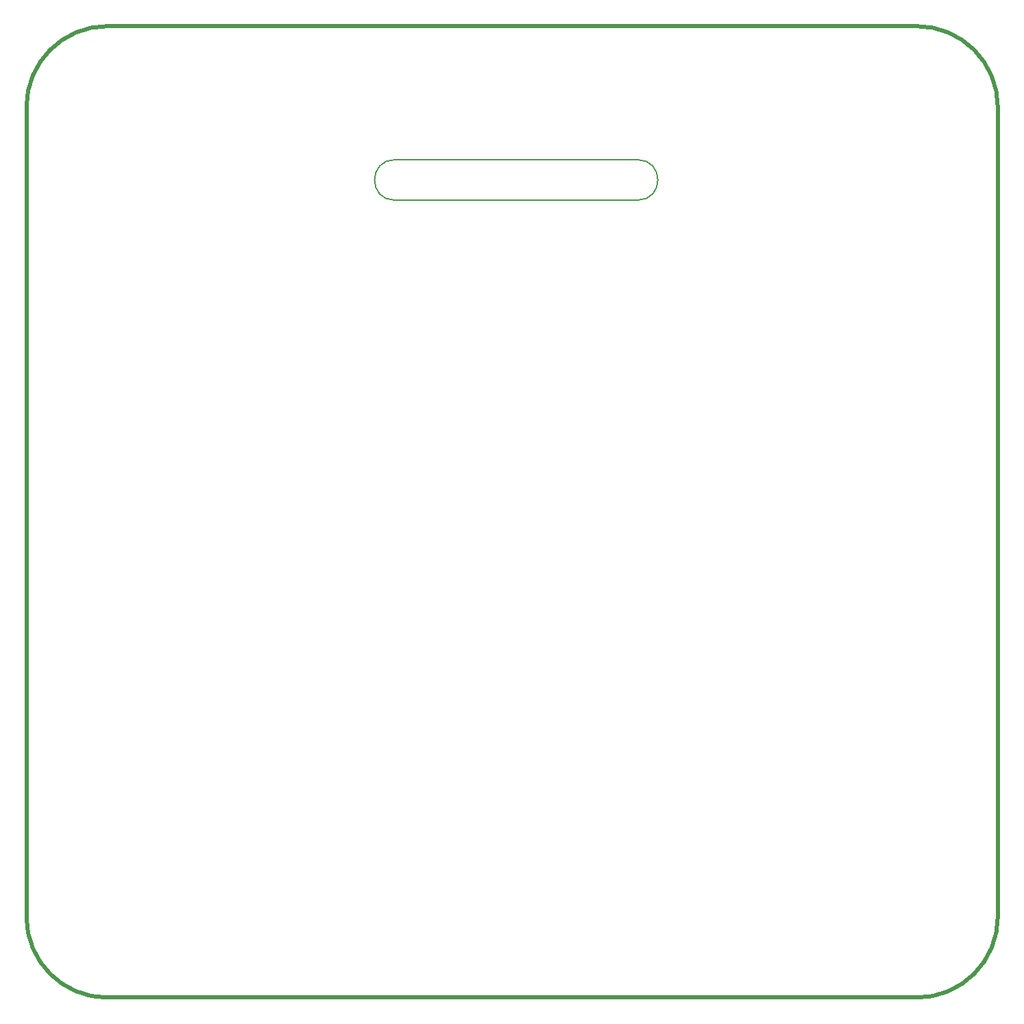
<source format=gm1>
%TF.GenerationSoftware,KiCad,Pcbnew,(5.1.10-1-10_14)*%
%TF.CreationDate,2022-02-09T21:11:09+00:00*%
%TF.ProjectId,RJ21_RJ45_PRIMARY_BREAKOUT,524a3231-5f52-44a3-9435-5f5052494d41,rev?*%
%TF.SameCoordinates,Original*%
%TF.FileFunction,Profile,NP*%
%FSLAX46Y46*%
G04 Gerber Fmt 4.6, Leading zero omitted, Abs format (unit mm)*
G04 Created by KiCad (PCBNEW (5.1.10-1-10_14)) date 2022-02-09 21:11:09*
%MOMM*%
%LPD*%
G01*
G04 APERTURE LIST*
%TA.AperFunction,Profile*%
%ADD10C,0.150000*%
%TD*%
%TA.AperFunction,Profile*%
%ADD11C,0.500000*%
%TD*%
G04 APERTURE END LIST*
D10*
X175500000Y-66500000D02*
G75*
G02*
X175500000Y-71500000I0J-2500000D01*
G01*
X145500000Y-71500000D02*
G75*
G02*
X145500000Y-66500000I0J2500000D01*
G01*
X145500000Y-71500000D02*
X175500000Y-71500000D01*
X145500000Y-66500000D02*
X175500000Y-66500000D01*
D11*
X210000000Y-50000000D02*
G75*
G02*
X220000000Y-60000000I0J-10000000D01*
G01*
X220000000Y-160000000D02*
G75*
G02*
X210000000Y-170000000I-10000000J0D01*
G01*
X110000000Y-170000000D02*
G75*
G02*
X100000000Y-160000000I0J10000000D01*
G01*
X100000000Y-60000000D02*
G75*
G02*
X110000000Y-50000000I10000000J0D01*
G01*
X110000000Y-50000000D02*
X210000000Y-50000000D01*
X100000000Y-60000000D02*
X100000000Y-160000000D01*
X210000000Y-170000000D02*
X110000000Y-170000000D01*
X220000000Y-60000000D02*
X220000000Y-160000000D01*
M02*

</source>
